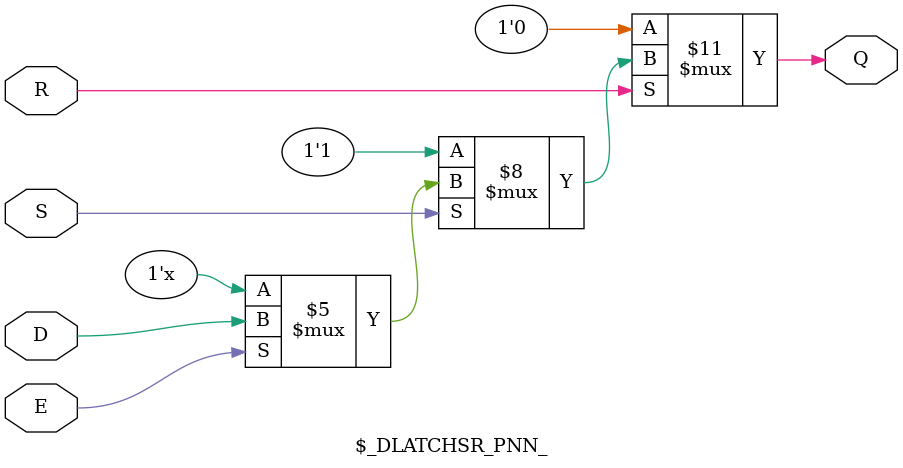
<source format=v>
module \$_DLATCHSR_PNN_ (E, S, R, D, Q);
input E, S, R, D;
output reg Q;
always @* begin
	if (R == 0)
		Q <= 0;
	else if (S == 0)
		Q <= 1;
	else if (E == 1)
		Q <= D;
end
endmodule

</source>
